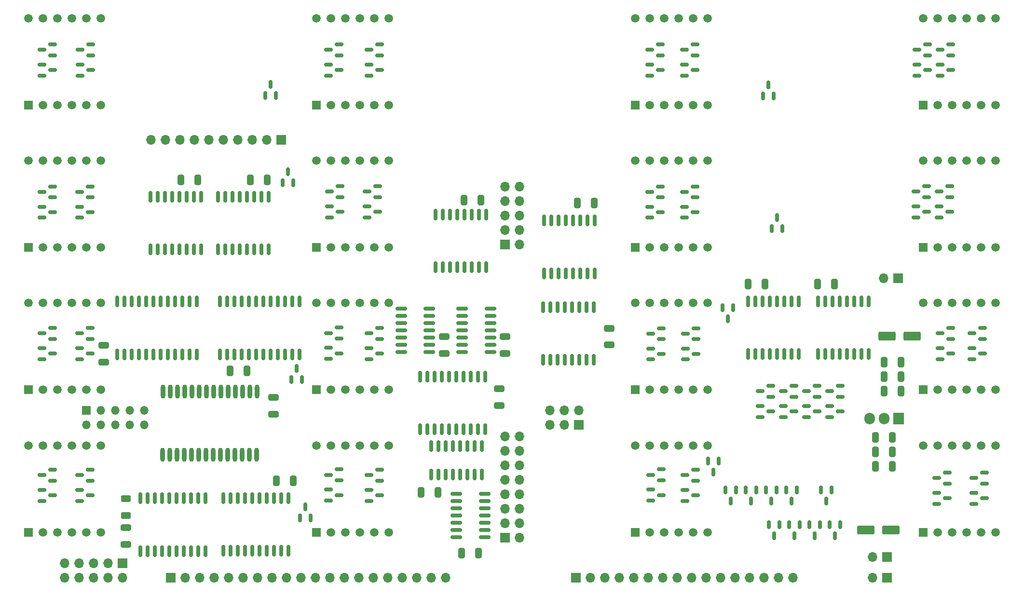
<source format=gbs>
G04 #@! TF.GenerationSoftware,KiCad,Pcbnew,8.0.1-8.0.1-1~ubuntu22.04.1*
G04 #@! TF.CreationDate,2024-05-02T00:15:03-04:00*
G04 #@! TF.ProjectId,Claculator_Display,436c6163-756c-4617-946f-725f44697370,rev?*
G04 #@! TF.SameCoordinates,Original*
G04 #@! TF.FileFunction,Soldermask,Bot*
G04 #@! TF.FilePolarity,Negative*
%FSLAX46Y46*%
G04 Gerber Fmt 4.6, Leading zero omitted, Abs format (unit mm)*
G04 Created by KiCad (PCBNEW 8.0.1-8.0.1-1~ubuntu22.04.1) date 2024-05-02 00:15:03*
%MOMM*%
%LPD*%
G01*
G04 APERTURE LIST*
G04 Aperture macros list*
%AMRoundRect*
0 Rectangle with rounded corners*
0 $1 Rounding radius*
0 $2 $3 $4 $5 $6 $7 $8 $9 X,Y pos of 4 corners*
0 Add a 4 corners polygon primitive as box body*
4,1,4,$2,$3,$4,$5,$6,$7,$8,$9,$2,$3,0*
0 Add four circle primitives for the rounded corners*
1,1,$1+$1,$2,$3*
1,1,$1+$1,$4,$5*
1,1,$1+$1,$6,$7*
1,1,$1+$1,$8,$9*
0 Add four rect primitives between the rounded corners*
20,1,$1+$1,$2,$3,$4,$5,0*
20,1,$1+$1,$4,$5,$6,$7,0*
20,1,$1+$1,$6,$7,$8,$9,0*
20,1,$1+$1,$8,$9,$2,$3,0*%
G04 Aperture macros list end*
%ADD10R,1.700000X1.700000*%
%ADD11O,1.700000X1.700000*%
%ADD12R,1.500000X1.500000*%
%ADD13O,1.500000X1.500000*%
%ADD14C,1.500000*%
%ADD15RoundRect,0.250000X-0.650000X0.325000X-0.650000X-0.325000X0.650000X-0.325000X0.650000X0.325000X0*%
%ADD16RoundRect,0.150000X-0.150000X0.875000X-0.150000X-0.875000X0.150000X-0.875000X0.150000X0.875000X0*%
%ADD17RoundRect,0.150000X-0.587500X-0.150000X0.587500X-0.150000X0.587500X0.150000X-0.587500X0.150000X0*%
%ADD18RoundRect,0.150000X0.587500X0.150000X-0.587500X0.150000X-0.587500X-0.150000X0.587500X-0.150000X0*%
%ADD19RoundRect,0.150000X0.150000X-0.587500X0.150000X0.587500X-0.150000X0.587500X-0.150000X-0.587500X0*%
%ADD20RoundRect,0.250000X0.325000X0.650000X-0.325000X0.650000X-0.325000X-0.650000X0.325000X-0.650000X0*%
%ADD21RoundRect,0.250000X-0.325000X-0.650000X0.325000X-0.650000X0.325000X0.650000X-0.325000X0.650000X0*%
%ADD22R,1.905000X2.000000*%
%ADD23O,1.905000X2.000000*%
%ADD24RoundRect,0.250000X0.650000X-0.325000X0.650000X0.325000X-0.650000X0.325000X-0.650000X-0.325000X0*%
%ADD25RoundRect,0.250000X-0.625000X0.312500X-0.625000X-0.312500X0.625000X-0.312500X0.625000X0.312500X0*%
%ADD26RoundRect,0.150000X-0.150000X0.587500X-0.150000X-0.587500X0.150000X-0.587500X0.150000X0.587500X0*%
%ADD27RoundRect,0.150000X0.150000X-0.875000X0.150000X0.875000X-0.150000X0.875000X-0.150000X-0.875000X0*%
%ADD28RoundRect,0.150000X-0.150000X0.825000X-0.150000X-0.825000X0.150000X-0.825000X0.150000X0.825000X0*%
%ADD29O,0.804000X2.454000*%
%ADD30RoundRect,0.150000X-0.825000X-0.150000X0.825000X-0.150000X0.825000X0.150000X-0.825000X0.150000X0*%
%ADD31RoundRect,0.250000X-1.250000X-0.550000X1.250000X-0.550000X1.250000X0.550000X-1.250000X0.550000X0*%
G04 APERTURE END LIST*
D10*
X273775000Y-96000000D03*
D11*
X271235000Y-96000000D03*
X269235000Y-144950000D03*
D10*
X271775000Y-144950000D03*
D11*
X212640330Y-119182911D03*
X212640330Y-121722911D03*
X215180330Y-119182911D03*
X215180330Y-121722911D03*
X217720330Y-119182911D03*
D10*
X217720330Y-121722911D03*
D12*
X131290000Y-119180000D03*
D13*
X131290000Y-121720000D03*
X133830000Y-119180000D03*
X133830000Y-121720000D03*
X136370000Y-119180000D03*
X136370000Y-121720000D03*
X138910000Y-119180000D03*
X138910000Y-121720000D03*
X141450000Y-119180000D03*
X141450000Y-121720000D03*
D10*
X137620000Y-146000000D03*
D11*
X137620000Y-148540000D03*
X135080000Y-146000000D03*
X135080000Y-148540000D03*
X132540000Y-146000000D03*
X132540000Y-148540000D03*
X130000000Y-146000000D03*
X130000000Y-148540000D03*
X127460000Y-146000000D03*
X127460000Y-148540000D03*
D10*
X165436501Y-71714337D03*
D11*
X162896501Y-71714337D03*
X160356501Y-71714337D03*
X157816501Y-71714337D03*
X155276501Y-71714337D03*
X152736501Y-71714337D03*
X150196501Y-71714337D03*
X147656501Y-71714337D03*
X145116501Y-71714337D03*
X142576501Y-71714337D03*
D10*
X204710000Y-90075000D03*
D11*
X207250000Y-90075000D03*
X204710000Y-87535000D03*
X207250000Y-87535000D03*
X204710000Y-84995000D03*
X207250000Y-84995000D03*
X204710000Y-82455000D03*
X207250000Y-82455000D03*
X204710000Y-79915000D03*
X207250000Y-79915000D03*
D12*
X227630000Y-90570000D03*
D14*
X230170000Y-90570000D03*
X232710000Y-90570000D03*
X235250000Y-90570000D03*
X237790000Y-90570000D03*
X240330000Y-90570000D03*
X240330000Y-75330000D03*
X237790000Y-75330000D03*
X235250000Y-75330000D03*
X232710000Y-75330000D03*
X230170000Y-75330000D03*
X227630000Y-75330000D03*
D12*
X171630000Y-115570000D03*
D14*
X174170000Y-115570000D03*
X176710000Y-115570000D03*
X179250000Y-115570000D03*
X181790000Y-115570000D03*
X184330000Y-115570000D03*
X184330000Y-100330000D03*
X181790000Y-100330000D03*
X179250000Y-100330000D03*
X176710000Y-100330000D03*
X174170000Y-100330000D03*
X171630000Y-100330000D03*
D12*
X227630000Y-115570000D03*
D14*
X230170000Y-115570000D03*
X232710000Y-115570000D03*
X235250000Y-115570000D03*
X237790000Y-115570000D03*
X240330000Y-115570000D03*
X240330000Y-100330000D03*
X237790000Y-100330000D03*
X235250000Y-100330000D03*
X232710000Y-100330000D03*
X230170000Y-100330000D03*
X227630000Y-100330000D03*
X121130000Y-50330000D03*
X123670000Y-50330000D03*
X126210000Y-50330000D03*
X128750000Y-50330000D03*
X131290000Y-50330000D03*
X133830000Y-50330000D03*
X133830000Y-65570000D03*
X131290000Y-65570000D03*
X128750000Y-65570000D03*
X126210000Y-65570000D03*
X123670000Y-65570000D03*
D12*
X121130000Y-65570000D03*
X121130000Y-115570000D03*
D14*
X123670000Y-115570000D03*
X126210000Y-115570000D03*
X128750000Y-115570000D03*
X131290000Y-115570000D03*
X133830000Y-115570000D03*
X133830000Y-100330000D03*
X131290000Y-100330000D03*
X128750000Y-100330000D03*
X126210000Y-100330000D03*
X123670000Y-100330000D03*
X121130000Y-100330000D03*
D12*
X227630000Y-65570000D03*
D14*
X230170000Y-65570000D03*
X232710000Y-65570000D03*
X235250000Y-65570000D03*
X237790000Y-65570000D03*
X240330000Y-65570000D03*
X240330000Y-50330000D03*
X237790000Y-50330000D03*
X235250000Y-50330000D03*
X232710000Y-50330000D03*
X230170000Y-50330000D03*
X227630000Y-50330000D03*
D11*
X194310000Y-148590000D03*
X191770000Y-148590000D03*
X189230000Y-148590000D03*
X186690000Y-148590000D03*
X184150000Y-148590000D03*
X181610000Y-148590000D03*
X179070000Y-148590000D03*
X176530000Y-148590000D03*
X173990000Y-148590000D03*
X171450000Y-148590000D03*
X168910000Y-148590000D03*
X166370000Y-148590000D03*
X163830000Y-148590000D03*
X161290000Y-148590000D03*
X158750000Y-148590000D03*
X156210000Y-148590000D03*
X153670000Y-148590000D03*
X151130000Y-148590000D03*
X148590000Y-148590000D03*
D10*
X146050000Y-148590000D03*
D12*
X278130000Y-65570000D03*
D14*
X280670000Y-65570000D03*
X283210000Y-65570000D03*
X285750000Y-65570000D03*
X288290000Y-65570000D03*
X290830000Y-65570000D03*
X290830000Y-50330000D03*
X288290000Y-50330000D03*
X285750000Y-50330000D03*
X283210000Y-50330000D03*
X280670000Y-50330000D03*
X278130000Y-50330000D03*
D12*
X171630000Y-90570000D03*
D14*
X174170000Y-90570000D03*
X176710000Y-90570000D03*
X179250000Y-90570000D03*
X181790000Y-90570000D03*
X184330000Y-90570000D03*
X184330000Y-75330000D03*
X181790000Y-75330000D03*
X179250000Y-75330000D03*
X176710000Y-75330000D03*
X174170000Y-75330000D03*
X171630000Y-75330000D03*
D12*
X121130000Y-140570000D03*
D14*
X123670000Y-140570000D03*
X126210000Y-140570000D03*
X128750000Y-140570000D03*
X131290000Y-140570000D03*
X133830000Y-140570000D03*
X133830000Y-125330000D03*
X131290000Y-125330000D03*
X128750000Y-125330000D03*
X126210000Y-125330000D03*
X123670000Y-125330000D03*
X121130000Y-125330000D03*
D12*
X171630000Y-65570000D03*
D14*
X174170000Y-65570000D03*
X176710000Y-65570000D03*
X179250000Y-65570000D03*
X181790000Y-65570000D03*
X184330000Y-65570000D03*
X184330000Y-50330000D03*
X181790000Y-50330000D03*
X179250000Y-50330000D03*
X176710000Y-50330000D03*
X174170000Y-50330000D03*
X171630000Y-50330000D03*
D12*
X121130000Y-90570000D03*
D14*
X123670000Y-90570000D03*
X126210000Y-90570000D03*
X128750000Y-90570000D03*
X131290000Y-90570000D03*
X133830000Y-90570000D03*
X133830000Y-75330000D03*
X131290000Y-75330000D03*
X128750000Y-75330000D03*
X126210000Y-75330000D03*
X123670000Y-75330000D03*
X121130000Y-75330000D03*
D11*
X255270000Y-148590000D03*
X252730000Y-148590000D03*
X250190000Y-148590000D03*
X247650000Y-148590000D03*
X245110000Y-148590000D03*
X242570000Y-148590000D03*
X240030000Y-148590000D03*
X237490000Y-148590000D03*
X234950000Y-148590000D03*
X232410000Y-148590000D03*
X229870000Y-148590000D03*
X227330000Y-148590000D03*
X224790000Y-148590000D03*
X222250000Y-148590000D03*
X219710000Y-148590000D03*
D10*
X217170000Y-148590000D03*
D12*
X278130000Y-115570000D03*
D14*
X280670000Y-115570000D03*
X283210000Y-115570000D03*
X285750000Y-115570000D03*
X288290000Y-115570000D03*
X290830000Y-115570000D03*
X290830000Y-100330000D03*
X288290000Y-100330000D03*
X285750000Y-100330000D03*
X283210000Y-100330000D03*
X280670000Y-100330000D03*
X278130000Y-100330000D03*
D12*
X278130000Y-90570000D03*
D14*
X280670000Y-90570000D03*
X283210000Y-90570000D03*
X285750000Y-90570000D03*
X288290000Y-90570000D03*
X290830000Y-90570000D03*
X290830000Y-75330000D03*
X288290000Y-75330000D03*
X285750000Y-75330000D03*
X283210000Y-75330000D03*
X280670000Y-75330000D03*
X278130000Y-75330000D03*
D12*
X171630000Y-140570000D03*
D14*
X174170000Y-140570000D03*
X176710000Y-140570000D03*
X179250000Y-140570000D03*
X181790000Y-140570000D03*
X184330000Y-140570000D03*
X184330000Y-125330000D03*
X181790000Y-125330000D03*
X179250000Y-125330000D03*
X176710000Y-125330000D03*
X174170000Y-125330000D03*
X171630000Y-125330000D03*
D12*
X227630000Y-140570000D03*
D14*
X230170000Y-140570000D03*
X232710000Y-140570000D03*
X235250000Y-140570000D03*
X237790000Y-140570000D03*
X240330000Y-140570000D03*
X240330000Y-125330000D03*
X237790000Y-125330000D03*
X235250000Y-125330000D03*
X232710000Y-125330000D03*
X230170000Y-125330000D03*
X227630000Y-125330000D03*
D12*
X278130000Y-140570000D03*
D14*
X280670000Y-140570000D03*
X283210000Y-140570000D03*
X285750000Y-140570000D03*
X288290000Y-140570000D03*
X290830000Y-140570000D03*
X290830000Y-125330000D03*
X288290000Y-125330000D03*
X285750000Y-125330000D03*
X283210000Y-125330000D03*
X280670000Y-125330000D03*
X278130000Y-125330000D03*
D15*
X203708000Y-115365000D03*
X203708000Y-118315000D03*
D16*
X142494000Y-81632000D03*
X143764000Y-81632000D03*
X145034000Y-81632000D03*
X146304000Y-81632000D03*
X147574000Y-81632000D03*
X148844000Y-81632000D03*
X150114000Y-81632000D03*
X151384000Y-81632000D03*
X151384000Y-90932000D03*
X150114000Y-90932000D03*
X148844000Y-90932000D03*
X147574000Y-90932000D03*
X146304000Y-90932000D03*
X145034000Y-90932000D03*
X143764000Y-90932000D03*
X142494000Y-90932000D03*
D17*
X238095000Y-59436000D03*
X236220000Y-60386000D03*
X236220000Y-58486000D03*
X238095000Y-84394000D03*
X236220000Y-85344000D03*
X236220000Y-83444000D03*
X175611000Y-134046000D03*
X173736000Y-134996000D03*
X173736000Y-133096000D03*
D18*
X276860000Y-80772000D03*
X278735000Y-79822000D03*
X278735000Y-81722000D03*
D19*
X168148000Y-111838500D03*
X169098000Y-113713500D03*
X167198000Y-113713500D03*
D17*
X232156000Y-134046000D03*
X230281000Y-134996000D03*
X230281000Y-133096000D03*
X125319000Y-59436000D03*
X123444000Y-60386000D03*
X123444000Y-58486000D03*
D20*
X200103000Y-144272000D03*
X197153000Y-144272000D03*
D17*
X175768000Y-84328000D03*
X173893000Y-85278000D03*
X173893000Y-83378000D03*
D18*
X253570500Y-115824000D03*
X255445500Y-114874000D03*
X255445500Y-116774000D03*
D16*
X136652000Y-100076000D03*
X137922000Y-100076000D03*
X139192000Y-100076000D03*
X140462000Y-100076000D03*
X141732000Y-100076000D03*
X143002000Y-100076000D03*
X144272000Y-100076000D03*
X145542000Y-100076000D03*
X146812000Y-100076000D03*
X148082000Y-100076000D03*
X149352000Y-100076000D03*
X150622000Y-100076000D03*
X150622000Y-109376000D03*
X149352000Y-109376000D03*
X148082000Y-109376000D03*
X146812000Y-109376000D03*
X145542000Y-109376000D03*
X144272000Y-109376000D03*
X143002000Y-109376000D03*
X141732000Y-109376000D03*
X140462000Y-109376000D03*
X139192000Y-109376000D03*
X137922000Y-109376000D03*
X136652000Y-109376000D03*
D18*
X261698500Y-115824000D03*
X263573500Y-114874000D03*
X263573500Y-116774000D03*
D21*
X217473000Y-82804000D03*
X220423000Y-82804000D03*
D22*
X273812000Y-120650000D03*
D23*
X271272000Y-120650000D03*
X268732000Y-120650000D03*
D17*
X288895000Y-134620000D03*
X287020000Y-135570000D03*
X287020000Y-133670000D03*
X278892000Y-59436000D03*
X277017000Y-60386000D03*
X277017000Y-58486000D03*
D24*
X134281466Y-110695000D03*
X134281466Y-107745000D03*
D17*
X125319000Y-84394000D03*
X123444000Y-85344000D03*
X123444000Y-83444000D03*
D18*
X281081000Y-55880000D03*
X282956000Y-54930000D03*
X282956000Y-56830000D03*
X280924000Y-80772000D03*
X282799000Y-79822000D03*
X282799000Y-81722000D03*
D17*
X238173500Y-134112000D03*
X236298500Y-135062000D03*
X236298500Y-133162000D03*
D18*
X280494500Y-131064000D03*
X282369500Y-130114000D03*
X282369500Y-132014000D03*
D17*
X251381500Y-119380000D03*
X249506500Y-120330000D03*
X249506500Y-118430000D03*
D18*
X180848000Y-105664000D03*
X182723000Y-104714000D03*
X182723000Y-106614000D03*
D25*
X138176000Y-134681500D03*
X138176000Y-137606500D03*
D18*
X180497000Y-80772000D03*
X182372000Y-79822000D03*
X182372000Y-81722000D03*
D26*
X259080000Y-141145500D03*
X258130000Y-139270500D03*
X260030000Y-139270500D03*
D17*
X282369500Y-134620000D03*
X280494500Y-135570000D03*
X280494500Y-133670000D03*
X231999000Y-84394000D03*
X230124000Y-85344000D03*
X230124000Y-83444000D03*
D26*
X251968000Y-141145500D03*
X251018000Y-139270500D03*
X252918000Y-139270500D03*
D17*
X278735000Y-84328000D03*
X276860000Y-85278000D03*
X276860000Y-83378000D03*
D18*
X130048000Y-80838000D03*
X131923000Y-79888000D03*
X131923000Y-81788000D03*
D19*
X166624000Y-77294500D03*
X167574000Y-79169500D03*
X165674000Y-79169500D03*
D18*
X123444000Y-105664000D03*
X125319000Y-104714000D03*
X125319000Y-106614000D03*
D16*
X259715000Y-99998000D03*
X260985000Y-99998000D03*
X262255000Y-99998000D03*
X263525000Y-99998000D03*
X264795000Y-99998000D03*
X266065000Y-99998000D03*
X267335000Y-99998000D03*
X268605000Y-99998000D03*
X268605000Y-109298000D03*
X267335000Y-109298000D03*
X266065000Y-109298000D03*
X264795000Y-109298000D03*
X263525000Y-109298000D03*
X262255000Y-109298000D03*
X260985000Y-109298000D03*
X259715000Y-109298000D03*
D26*
X244348000Y-135049500D03*
X243398000Y-133174500D03*
X245298000Y-133174500D03*
X247904000Y-135049500D03*
X246954000Y-133174500D03*
X248854000Y-133174500D03*
D21*
X269797000Y-126492000D03*
X272747000Y-126492000D03*
D26*
X241300000Y-129969500D03*
X240350000Y-128094500D03*
X242250000Y-128094500D03*
D21*
X269797000Y-129032000D03*
X272747000Y-129032000D03*
D18*
X236220000Y-80838000D03*
X238095000Y-79888000D03*
X238095000Y-81788000D03*
X286669000Y-105664000D03*
X288544000Y-104714000D03*
X288544000Y-106614000D03*
D21*
X160069000Y-78740000D03*
X163019000Y-78740000D03*
D16*
X192555000Y-94058000D03*
X193825000Y-94058000D03*
X195095000Y-94058000D03*
X196365000Y-94058000D03*
X197635000Y-94058000D03*
X198905000Y-94058000D03*
X200175000Y-94058000D03*
X201445000Y-94058000D03*
X201445000Y-84758000D03*
X200175000Y-84758000D03*
X198905000Y-84758000D03*
X197635000Y-84758000D03*
X196365000Y-84758000D03*
X195095000Y-84758000D03*
X193825000Y-84758000D03*
X192555000Y-84758000D03*
D27*
X152146000Y-143920000D03*
X150876000Y-143920000D03*
X149606000Y-143920000D03*
X148336000Y-143920000D03*
X147066000Y-143920000D03*
X145796000Y-143920000D03*
X144526000Y-143920000D03*
X143256000Y-143920000D03*
X141986000Y-143920000D03*
X140716000Y-143920000D03*
X140716000Y-134620000D03*
X141986000Y-134620000D03*
X143256000Y-134620000D03*
X144526000Y-134620000D03*
X145796000Y-134620000D03*
X147066000Y-134620000D03*
X148336000Y-134620000D03*
X149606000Y-134620000D03*
X150876000Y-134620000D03*
X152146000Y-134620000D03*
D18*
X173736000Y-130490000D03*
X175611000Y-129540000D03*
X175611000Y-131440000D03*
D26*
X262636000Y-141145500D03*
X261686000Y-139270500D03*
X263586000Y-139270500D03*
D18*
X123444000Y-130556000D03*
X125319000Y-129606000D03*
X125319000Y-131506000D03*
D17*
X125319000Y-134112000D03*
X123444000Y-135062000D03*
X123444000Y-133162000D03*
D18*
X173736000Y-105598000D03*
X175611000Y-104648000D03*
X175611000Y-106548000D03*
D26*
X261112000Y-135049500D03*
X260162000Y-133174500D03*
X262062000Y-133174500D03*
X255524000Y-141145500D03*
X254574000Y-139270500D03*
X256474000Y-139270500D03*
D10*
X204714274Y-141537415D03*
D11*
X207254274Y-141537415D03*
X204714274Y-138997415D03*
X207254274Y-138997415D03*
X204714274Y-136457415D03*
X207254274Y-136457415D03*
X204714274Y-133917415D03*
X207254274Y-133917415D03*
X204714274Y-131377415D03*
X207254274Y-131377415D03*
X204714274Y-128837415D03*
X207254274Y-128837415D03*
X204714274Y-126297415D03*
X207254274Y-126297415D03*
X204714274Y-123757415D03*
X207254274Y-123757415D03*
D24*
X223012000Y-107696000D03*
X223012000Y-104746000D03*
D26*
X255016000Y-135049500D03*
X254066000Y-133174500D03*
X255966000Y-133174500D03*
D18*
X236220000Y-55880000D03*
X238095000Y-54930000D03*
X238095000Y-56830000D03*
X230281000Y-130490000D03*
X232156000Y-129540000D03*
X232156000Y-131440000D03*
D17*
X231999000Y-59436000D03*
X230124000Y-60386000D03*
X230124000Y-58486000D03*
D15*
X138176000Y-139749000D03*
X138176000Y-142699000D03*
D18*
X236377000Y-105730000D03*
X238252000Y-104780000D03*
X238252000Y-106680000D03*
X236298500Y-130556000D03*
X238173500Y-129606000D03*
X238173500Y-131506000D03*
D17*
X282956000Y-109220000D03*
X281081000Y-110170000D03*
X281081000Y-108270000D03*
D19*
X252476000Y-85344000D03*
X253426000Y-87219000D03*
X251526000Y-87219000D03*
D21*
X271321000Y-115824000D03*
X274271000Y-115824000D03*
D18*
X277017000Y-55880000D03*
X278892000Y-54930000D03*
X278892000Y-56830000D03*
D28*
X191770000Y-130426000D03*
X193040000Y-130426000D03*
X194310000Y-130426000D03*
X195580000Y-130426000D03*
X196850000Y-130426000D03*
X198120000Y-130426000D03*
X199390000Y-130426000D03*
X200660000Y-130426000D03*
X200660000Y-125476000D03*
X199390000Y-125476000D03*
X198120000Y-125476000D03*
X196850000Y-125476000D03*
X195580000Y-125476000D03*
X194310000Y-125476000D03*
X193040000Y-125476000D03*
X191770000Y-125476000D03*
D18*
X130126500Y-55880000D03*
X132001500Y-54930000D03*
X132001500Y-56830000D03*
D17*
X232156000Y-109286000D03*
X230281000Y-110236000D03*
X230281000Y-108336000D03*
X282956000Y-59436000D03*
X281081000Y-60386000D03*
X281081000Y-58486000D03*
X182723000Y-59436000D03*
X180848000Y-60386000D03*
X180848000Y-58486000D03*
D18*
X130048000Y-130556000D03*
X131923000Y-129606000D03*
X131923000Y-131506000D03*
D21*
X269797000Y-123952000D03*
X272747000Y-123952000D03*
D18*
X230281000Y-105730000D03*
X232156000Y-104780000D03*
X232156000Y-106680000D03*
D26*
X251460000Y-135049500D03*
X250510000Y-133174500D03*
X252410000Y-133174500D03*
D17*
X131923000Y-134112000D03*
X130048000Y-135062000D03*
X130048000Y-133162000D03*
D29*
X161133000Y-126962000D03*
X159863000Y-126962000D03*
X158593000Y-126962000D03*
X157323000Y-126962000D03*
X156053000Y-126962000D03*
X154783000Y-126962000D03*
X153513000Y-126962000D03*
X152243000Y-126962000D03*
X150973000Y-126962000D03*
X149703000Y-126962000D03*
X148433000Y-126962000D03*
X147163000Y-126962000D03*
X145893000Y-126962000D03*
X144623000Y-126962000D03*
X144683000Y-115862000D03*
X145953000Y-115862000D03*
X147223000Y-115862000D03*
X148493000Y-115862000D03*
X149763000Y-115862000D03*
X151033000Y-115862000D03*
X152303000Y-115862000D03*
X153573000Y-115862000D03*
X154843000Y-115862000D03*
X156113000Y-115862000D03*
X157383000Y-115862000D03*
X158653000Y-115862000D03*
X159923000Y-115862000D03*
X161193000Y-115862000D03*
D18*
X287020000Y-131064000D03*
X288895000Y-130114000D03*
X288895000Y-132014000D03*
X173893000Y-80772000D03*
X175768000Y-79822000D03*
X175768000Y-81722000D03*
D16*
X211582000Y-85852000D03*
X212852000Y-85852000D03*
X214122000Y-85852000D03*
X215392000Y-85852000D03*
X216662000Y-85852000D03*
X217932000Y-85852000D03*
X219202000Y-85852000D03*
X220472000Y-85852000D03*
X220472000Y-95152000D03*
X219202000Y-95152000D03*
X217932000Y-95152000D03*
X216662000Y-95152000D03*
X215392000Y-95152000D03*
X214122000Y-95152000D03*
X212852000Y-95152000D03*
X211582000Y-95152000D03*
D18*
X123444000Y-80838000D03*
X125319000Y-79888000D03*
X125319000Y-81788000D03*
D30*
X196218000Y-141478000D03*
X196218000Y-140208000D03*
X196218000Y-138938000D03*
X196218000Y-137668000D03*
X196218000Y-136398000D03*
X196218000Y-135128000D03*
X196218000Y-133858000D03*
X201168000Y-133858000D03*
X201168000Y-135128000D03*
X201168000Y-136398000D03*
X201168000Y-137668000D03*
X201168000Y-138938000D03*
X201168000Y-140208000D03*
X201168000Y-141478000D03*
D17*
X259509500Y-119380000D03*
X257634500Y-120330000D03*
X257634500Y-118430000D03*
D21*
X147877000Y-78740000D03*
X150827000Y-78740000D03*
D20*
X167591000Y-131572000D03*
X164641000Y-131572000D03*
D17*
X255445500Y-119380000D03*
X253570500Y-120330000D03*
X253570500Y-118430000D03*
D27*
X166751000Y-143842000D03*
X165481000Y-143842000D03*
X164211000Y-143842000D03*
X162941000Y-143842000D03*
X161671000Y-143842000D03*
X160401000Y-143842000D03*
X159131000Y-143842000D03*
X157861000Y-143842000D03*
X156591000Y-143842000D03*
X155321000Y-143842000D03*
X155321000Y-134542000D03*
X156591000Y-134542000D03*
X157861000Y-134542000D03*
X159131000Y-134542000D03*
X160401000Y-134542000D03*
X161671000Y-134542000D03*
X162941000Y-134542000D03*
X164211000Y-134542000D03*
X165481000Y-134542000D03*
X166751000Y-134542000D03*
D19*
X250952000Y-62054500D03*
X251902000Y-63929500D03*
X250002000Y-63929500D03*
D21*
X156513000Y-112268000D03*
X159463000Y-112268000D03*
X197525000Y-82296000D03*
X200475000Y-82296000D03*
D24*
X204724000Y-109171000D03*
X204724000Y-106221000D03*
D17*
X288544000Y-109220000D03*
X286669000Y-110170000D03*
X286669000Y-108270000D03*
D21*
X247445000Y-97028000D03*
X250395000Y-97028000D03*
D17*
X175611000Y-59436000D03*
X173736000Y-60386000D03*
X173736000Y-58486000D03*
D15*
X164084000Y-116889000D03*
X164084000Y-119839000D03*
D18*
X257634500Y-115824000D03*
X259509500Y-114874000D03*
X259509500Y-116774000D03*
D21*
X190041000Y-133604000D03*
X192991000Y-133604000D03*
D16*
X247396000Y-99998000D03*
X248666000Y-99998000D03*
X249936000Y-99998000D03*
X251206000Y-99998000D03*
X252476000Y-99998000D03*
X253746000Y-99998000D03*
X255016000Y-99998000D03*
X256286000Y-99998000D03*
X256286000Y-109298000D03*
X255016000Y-109298000D03*
X253746000Y-109298000D03*
X252476000Y-109298000D03*
X251206000Y-109298000D03*
X249936000Y-109298000D03*
X248666000Y-109298000D03*
X247396000Y-109298000D03*
D17*
X238252000Y-109286000D03*
X236377000Y-110236000D03*
X236377000Y-108336000D03*
D21*
X259637000Y-97028000D03*
X262587000Y-97028000D03*
D19*
X169672000Y-136144000D03*
X170622000Y-138019000D03*
X168722000Y-138019000D03*
D26*
X243840000Y-103045500D03*
X242890000Y-101170500D03*
X244790000Y-101170500D03*
D21*
X271321000Y-110744000D03*
X274271000Y-110744000D03*
D18*
X230124000Y-55880000D03*
X231999000Y-54930000D03*
X231999000Y-56830000D03*
D17*
X263573500Y-119380000D03*
X261698500Y-120330000D03*
X261698500Y-118430000D03*
X131923000Y-109220000D03*
X130048000Y-110170000D03*
X130048000Y-108270000D03*
D16*
X154686000Y-100076000D03*
X155956000Y-100076000D03*
X157226000Y-100076000D03*
X158496000Y-100076000D03*
X159766000Y-100076000D03*
X161036000Y-100076000D03*
X162306000Y-100076000D03*
X163576000Y-100076000D03*
X164846000Y-100076000D03*
X166116000Y-100076000D03*
X167386000Y-100076000D03*
X168656000Y-100076000D03*
X168656000Y-109376000D03*
X167386000Y-109376000D03*
X166116000Y-109376000D03*
X164846000Y-109376000D03*
X163576000Y-109376000D03*
X162306000Y-109376000D03*
X161036000Y-109376000D03*
X159766000Y-109376000D03*
X158496000Y-109376000D03*
X157226000Y-109376000D03*
X155956000Y-109376000D03*
X154686000Y-109376000D03*
D30*
X202184000Y-108966000D03*
X202184000Y-107696000D03*
X202184000Y-106426000D03*
X202184000Y-105156000D03*
X202184000Y-103886000D03*
X202184000Y-102616000D03*
X202184000Y-101346000D03*
X197234000Y-101346000D03*
X197234000Y-102616000D03*
X197234000Y-103886000D03*
X197234000Y-105156000D03*
X197234000Y-106426000D03*
X197234000Y-107696000D03*
X197234000Y-108966000D03*
D21*
X271321000Y-113284000D03*
X274271000Y-113284000D03*
D27*
X201295000Y-122506000D03*
X200025000Y-122506000D03*
X198755000Y-122506000D03*
X197485000Y-122506000D03*
X196215000Y-122506000D03*
X194945000Y-122506000D03*
X193675000Y-122506000D03*
X192405000Y-122506000D03*
X191135000Y-122506000D03*
X189865000Y-122506000D03*
X189865000Y-113206000D03*
X191135000Y-113206000D03*
X192405000Y-113206000D03*
X193675000Y-113206000D03*
X194945000Y-113206000D03*
X196215000Y-113206000D03*
X197485000Y-113206000D03*
X198755000Y-113206000D03*
X200025000Y-113206000D03*
X201295000Y-113206000D03*
D16*
X154344000Y-81632000D03*
X155614000Y-81632000D03*
X156884000Y-81632000D03*
X158154000Y-81632000D03*
X159424000Y-81632000D03*
X160694000Y-81632000D03*
X161964000Y-81632000D03*
X163234000Y-81632000D03*
X163234000Y-90932000D03*
X161964000Y-90932000D03*
X160694000Y-90932000D03*
X159424000Y-90932000D03*
X158154000Y-90932000D03*
X156884000Y-90932000D03*
X155614000Y-90932000D03*
X154344000Y-90932000D03*
D18*
X130048000Y-105664000D03*
X131923000Y-104714000D03*
X131923000Y-106614000D03*
D10*
X271775000Y-148590000D03*
D11*
X269235000Y-148590000D03*
D18*
X123444000Y-55880000D03*
X125319000Y-54930000D03*
X125319000Y-56830000D03*
X230124000Y-80838000D03*
X231999000Y-79888000D03*
X231999000Y-81788000D03*
X180848000Y-55880000D03*
X182723000Y-54930000D03*
X182723000Y-56830000D03*
D17*
X182723000Y-109220000D03*
X180848000Y-110170000D03*
X180848000Y-108270000D03*
X175611000Y-109154000D03*
X173736000Y-110104000D03*
X173736000Y-108204000D03*
X182723000Y-134112000D03*
X180848000Y-135062000D03*
X180848000Y-133162000D03*
D31*
X271780000Y-106172000D03*
X276180000Y-106172000D03*
X268056000Y-140208000D03*
X272456000Y-140208000D03*
D18*
X180848000Y-130556000D03*
X182723000Y-129606000D03*
X182723000Y-131506000D03*
D30*
X186501000Y-108966000D03*
X186501000Y-107696000D03*
X186501000Y-106426000D03*
X186501000Y-105156000D03*
X186501000Y-103886000D03*
X186501000Y-102616000D03*
X186501000Y-101346000D03*
X191451000Y-101346000D03*
X191451000Y-102616000D03*
X191451000Y-103886000D03*
X191451000Y-105156000D03*
X191451000Y-106426000D03*
X191451000Y-107696000D03*
X191451000Y-108966000D03*
D19*
X163576000Y-61976000D03*
X164526000Y-63851000D03*
X162626000Y-63851000D03*
D18*
X281081000Y-105664000D03*
X282956000Y-104714000D03*
X282956000Y-106614000D03*
X249506500Y-115824000D03*
X251381500Y-114874000D03*
X251381500Y-116774000D03*
D16*
X211455000Y-101014000D03*
X212725000Y-101014000D03*
X213995000Y-101014000D03*
X215265000Y-101014000D03*
X216535000Y-101014000D03*
X217805000Y-101014000D03*
X219075000Y-101014000D03*
X220345000Y-101014000D03*
X220345000Y-110314000D03*
X219075000Y-110314000D03*
X217805000Y-110314000D03*
X216535000Y-110314000D03*
X215265000Y-110314000D03*
X213995000Y-110314000D03*
X212725000Y-110314000D03*
X211455000Y-110314000D03*
D24*
X194056000Y-109171000D03*
X194056000Y-106221000D03*
D17*
X131923000Y-84394000D03*
X130048000Y-85344000D03*
X130048000Y-83444000D03*
X282799000Y-84328000D03*
X280924000Y-85278000D03*
X280924000Y-83378000D03*
X125319000Y-109220000D03*
X123444000Y-110170000D03*
X123444000Y-108270000D03*
X182372000Y-84328000D03*
X180497000Y-85278000D03*
X180497000Y-83378000D03*
X132001500Y-59436000D03*
X130126500Y-60386000D03*
X130126500Y-58486000D03*
D18*
X173736000Y-55880000D03*
X175611000Y-54930000D03*
X175611000Y-56830000D03*
M02*

</source>
